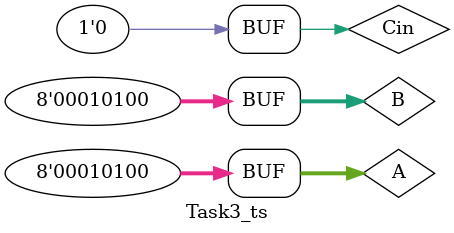
<source format=sv>
`timescale 1ns / 1ps


module Task3_ts;

//    module Task3(
//input [7:0]A,B, 
//input Cin,
//output [7:0]sum,
//output Cout
//    );
    logic [7:0] A,B,sum;
    logic Cin,Cout;
Task3 ta(A,B,Cin,sum,Cout) ;     
 
initial begin
A=100 ;B=20 ;Cin=0;  
#10 
A=20; B=20;


end



   
    
    
    
    
    
endmodule

</source>
